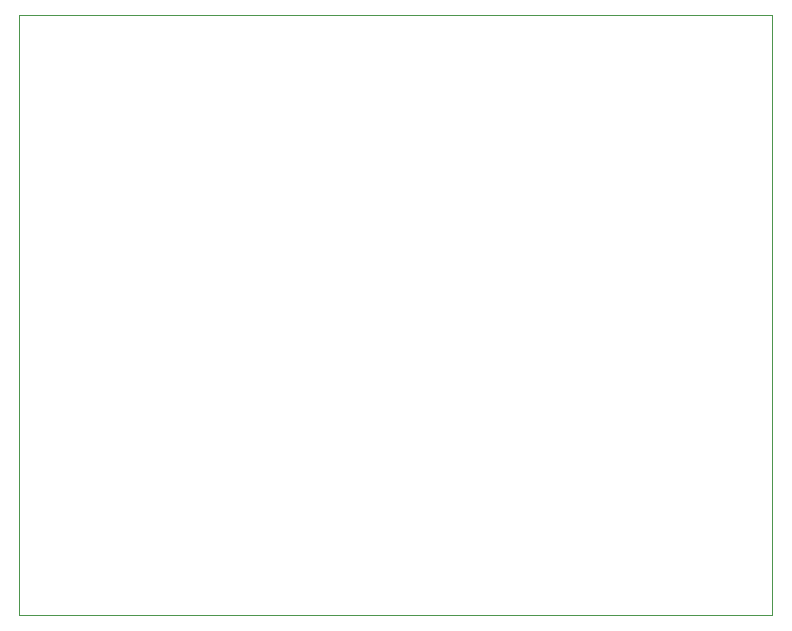
<source format=gbr>
G04 #@! TF.GenerationSoftware,KiCad,Pcbnew,(6.0.1-0)*
G04 #@! TF.CreationDate,2022-02-08T18:00:11+01:00*
G04 #@! TF.ProjectId,inrush-current-limiter-scr,696e7275-7368-42d6-9375-7272656e742d,rev?*
G04 #@! TF.SameCoordinates,Original*
G04 #@! TF.FileFunction,Profile,NP*
%FSLAX46Y46*%
G04 Gerber Fmt 4.6, Leading zero omitted, Abs format (unit mm)*
G04 Created by KiCad (PCBNEW (6.0.1-0)) date 2022-02-08 18:00:11*
%MOMM*%
%LPD*%
G01*
G04 APERTURE LIST*
G04 #@! TA.AperFunction,Profile*
%ADD10C,0.100000*%
G04 #@! TD*
G04 APERTURE END LIST*
D10*
X80518000Y-55880000D02*
X144272000Y-55880000D01*
X144272000Y-55880000D02*
X144272000Y-106680000D01*
X144272000Y-106680000D02*
X80518000Y-106680000D01*
X80518000Y-106680000D02*
X80518000Y-55880000D01*
M02*

</source>
